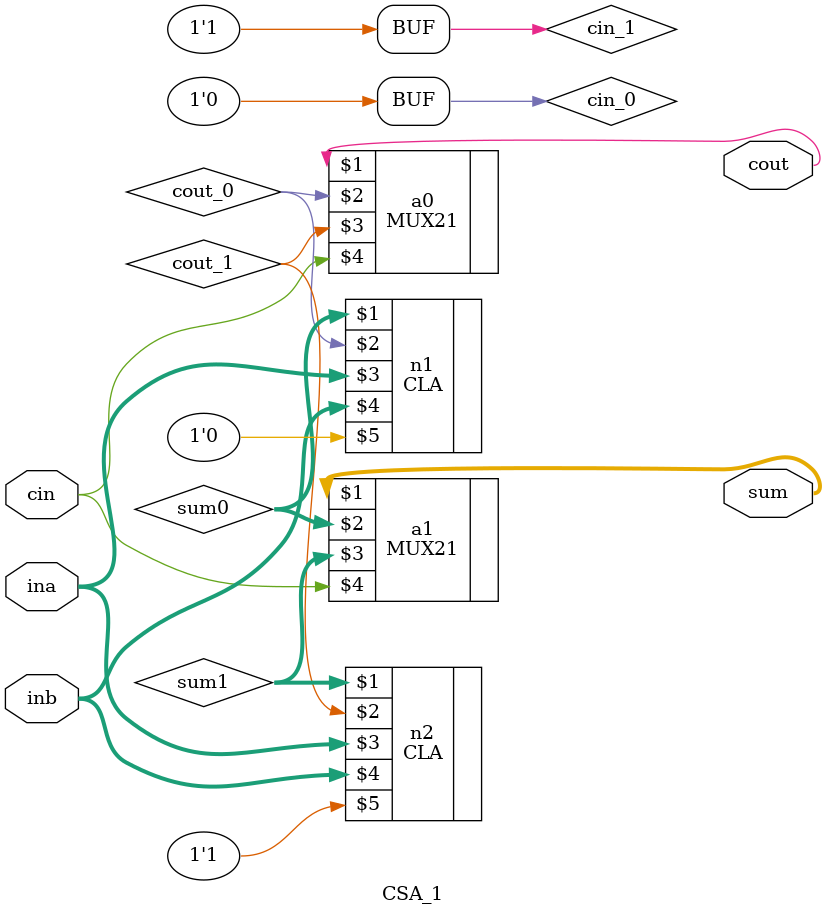
<source format=v>
module CSA_1(output [15:0] sum, output cout, input [15:0] ina,inb, input cin);
	
	wire [15:0] sum0;
	wire cout_0;
	wire [15:0] sum1;
	wire cout_1;

	reg cin_0;
	reg cin_1;

	CLA n1(sum0,cout_0,ina,inb,cin_0);
	CLA n2(sum1,cout_1,ina,inb,cin_1);

	MUX21 #(3) a0(cout,cout_0,cout_1,cin);

	MUX21 #(3) a1(sum,sum0,sum1,cin);


	initial begin
		cin_0 = 0;
		cin_1 = 1;
	end

endmodule

</source>
